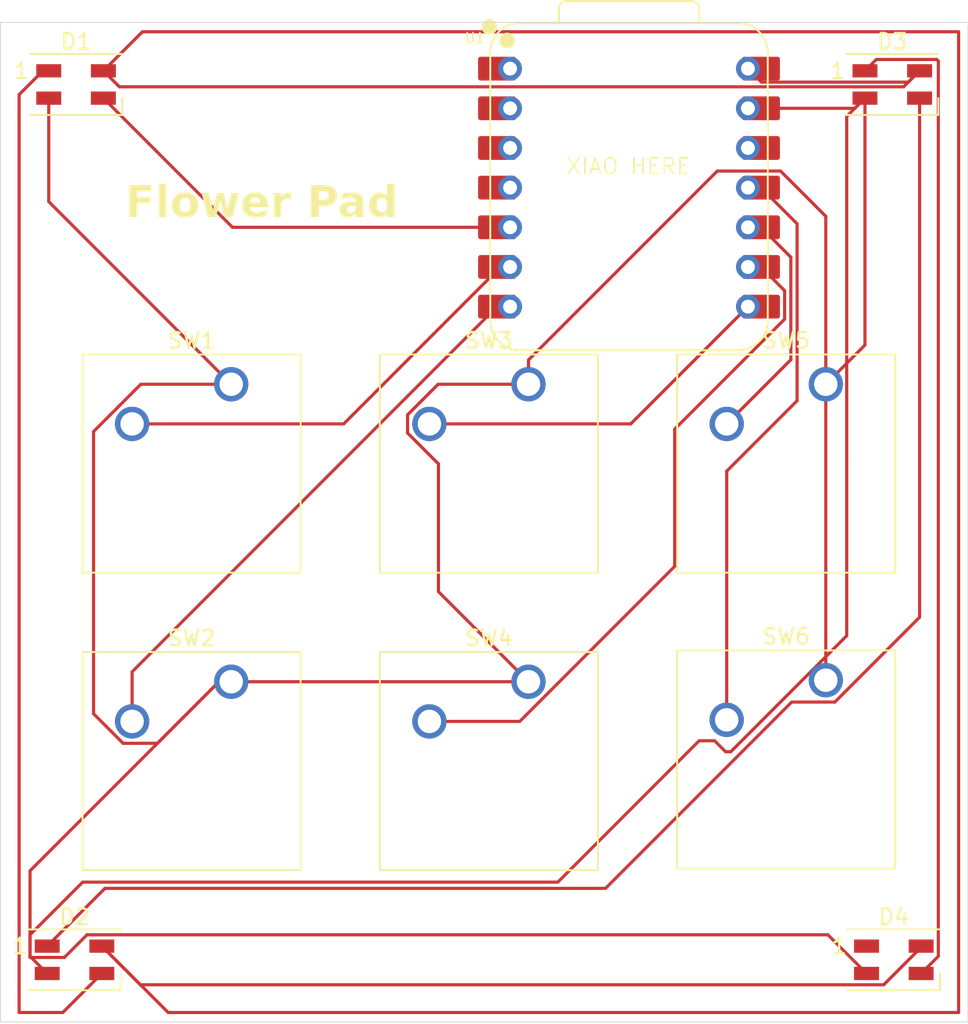
<source format=kicad_pcb>
(kicad_pcb (version 20241229) (generator "pcbnew") (generator_version "9.0")
  (layers (0 "F.Cu" signal) (2 "B.Cu" signal) (13 "F.Paste" user) (15 "B.Paste" user) (5 "F.SilkS" user "F.Silkscreen") (7 "B.SilkS" user "B.Silkscreen") (1 "F.Mask" user) (3 "B.Mask" user) (25 "Edge.Cuts" user))
  (net 0 "")
  (net 1 "Net-(D1-DOUT)")
  (net 2 "GND")
  (net 3 "+5V")
  (net 4 "Net-(D1-DIN)")
  (net 5 "Net-(D2-DOUT)")
  (net 6 "Net-(D3-DOUT)")
  (net 8 "Net-(U1-GPIO7{slash}SCL)")
  (net 9 "Net-(U1-GPIO0{slash}TX)")
  (net 10 "Net-(U1-GPIO1{slash}RX)")
  (net 11 "Net-(U1-GPIO2{slash}SCK)")
  (net 12 "Net-(U1-GPIO4{slash}MISO)")
  (net 13 "Net-(U1-GPIO3{slash}MOSI)")
  (footprint "LED_SMD:LED_SK6812MINI_PLCC4_3.5x3.5mm_P1.75mm" (layer "F.Cu") (at 140.25 127.025)
    (property "Reference" "D4" (at 0 -2.75 0) (layer "F.SilkS"))
    (property "Value" "SK6812MINI")
    (fp_line (start -2.95 -1.95) (end 2.95 -1.95) (stroke (width 0.12)) (layer "F.SilkS"))
    (fp_line (start -2.95 1.95) (end 2.95 1.95) (stroke (width 0.12)) (layer "F.SilkS"))
    (fp_line (start 2.95 1.95) (end 2.95 0.875) (stroke (width 0.12)) (layer "F.SilkS"))
    (fp_text user "1" (at -3.5 -0.875 0) (layer "F.SilkS"))
    (pad "1" smd rect (at -1.75 -0.875) (size 1.6 0.85) (layers "F.Cu" "F.Mask" "F.Paste"))
    (pad "2" smd rect (at -1.75 0.875) (size 1.6 0.85) (layers "F.Cu" "F.Mask" "F.Paste") (net 2 "GND"))
    (pad "3" smd rect (at 1.75 0.875) (size 1.6 0.85) (layers "F.Cu" "F.Mask" "F.Paste") (net 6 "Net-(D3-DOUT)"))
    (pad "4" smd rect (at 1.75 -0.875) (size 1.6 0.85) (layers "F.Cu" "F.Mask" "F.Paste") (net 3 "+5V"))
  )
  (footprint "Button_Switch_Keyboard:SW_Cherry_MX_1.00u_PCB" (layer "F.Cu") (at 116.84 109.22)
    (property "Reference" "SW4" (at -2.54 -2.794 0) (layer "F.SilkS"))
    (property "Value" "SW_Push")
    (fp_line (start -9.525 -1.905) (end 4.445 -1.905) (stroke (width 0.12)) (layer "F.SilkS"))
    (fp_line (start -9.525 12.065) (end -9.525 -1.905) (stroke (width 0.12)) (layer "F.SilkS"))
    (fp_line (start 4.445 -1.905) (end 4.445 12.065) (stroke (width 0.12)) (layer "F.SilkS"))
    (fp_line (start 4.445 12.065) (end -9.525 12.065) (stroke (width 0.12)) (layer "F.SilkS"))
    (pad "" np_thru_hole circle (at -7.62 5.08) (size 1.7 1.7) (drill 1.7) (layers "*.Cu" "*.Mask"))
    (pad "" np_thru_hole circle (at -2.54 5.08) (size 4 4) (drill 4) (layers "*.Cu" "*.Mask"))
    (pad "" np_thru_hole circle (at 2.54 5.08) (size 1.7 1.7) (drill 1.7) (layers "*.Cu" "*.Mask"))
    (pad "1" thru_hole circle (at 0 0) (size 2.2 2.2) (drill 1.5) (layers "*.Cu" "*.Mask") (net 2 "GND"))
    (pad "2" thru_hole circle (at -6.35 2.54) (size 2.2 2.2) (drill 1.5) (layers "*.Cu" "*.Mask") (net 11 "Net-(U1-GPIO2{slash}SCK)"))
  )
  (footprint "Button_Switch_Keyboard:SW_Cherry_MX_1.00u_PCB" (layer "F.Cu") (at 97.79 90.17)
    (property "Reference" "SW1" (at -2.54 -2.794 0) (layer "F.SilkS"))
    (property "Value" "SW_Push")
    (fp_line (start -9.525 -1.905) (end 4.445 -1.905) (stroke (width 0.12)) (layer "F.SilkS"))
    (fp_line (start -9.525 12.065) (end -9.525 -1.905) (stroke (width 0.12)) (layer "F.SilkS"))
    (fp_line (start 4.445 -1.905) (end 4.445 12.065) (stroke (width 0.12)) (layer "F.SilkS"))
    (fp_line (start 4.445 12.065) (end -9.525 12.065) (stroke (width 0.12)) (layer "F.SilkS"))
    (pad "" np_thru_hole circle (at -7.62 5.08) (size 1.7 1.7) (drill 1.7) (layers "*.Cu" "*.Mask"))
    (pad "" np_thru_hole circle (at -2.54 5.08) (size 4 4) (drill 4) (layers "*.Cu" "*.Mask"))
    (pad "" np_thru_hole circle (at 2.54 5.08) (size 1.7 1.7) (drill 1.7) (layers "*.Cu" "*.Mask"))
    (pad "1" thru_hole circle (at 0 0) (size 2.2 2.2) (drill 1.5) (layers "*.Cu" "*.Mask") (net 2 "GND"))
    (pad "2" thru_hole circle (at -6.35 2.54) (size 2.2 2.2) (drill 1.5) (layers "*.Cu" "*.Mask") (net 8 "Net-(U1-GPIO7{slash}SCL)"))
  )
  (footprint "OPL:XIAO-RP2040-DIP" (layer "F.Cu") (at 123.28 77.58)
    (property "Reference" "U1" (at -9.88 -9.58 0) (layer "F.SilkS") (effects (font (size 0.635 0.635) (thickness 0.1016))))
    (property "Value" "XIAO-RP2040-DIP")
    (fp_line (start -8.89 8.509) (end -8.89 -8.636) (stroke (width 0.127)) (layer "F.SilkS"))
    (fp_line (start -6.985 10.414) (end 6.985 10.414) (stroke (width 0.127)) (layer "F.SilkS"))
    (fp_line (start -4.495 -10.541) (end -4.491272 -11.451272) (stroke (width 0.127)) (layer "F.SilkS"))
    (fp_line (start -3.991272 -11.951) (end 4.004 -11.951) (stroke (width 0.127)) (layer "F.SilkS"))
    (fp_line (start 4.504 -11.451) (end 4.504 -10.541) (stroke (width 0.127)) (layer "F.SilkS"))
    (fp_line (start 6.985 -10.541) (end -6.985 -10.541) (stroke (width 0.1)) (layer "F.SilkS"))
    (fp_line (start 6.985 -10.541) (end -6.985 -10.541) (stroke (width 0.127)) (layer "F.SilkS"))
    (fp_line (start 8.89 8.509) (end 8.89 -8.636) (stroke (width 0.127)) (layer "F.SilkS"))
    (fp_arc (start -8.89 -8.636) (mid -8.332038 -9.983038) (end -6.985 -10.541) (stroke (width 0.127)) (layer "F.SilkS"))
    (fp_arc (start -6.985 10.414) (mid -8.332038 9.856038) (end -8.89 8.509) (stroke (width 0.127)) (layer "F.SilkS"))
    (fp_arc (start -4.491272 -11.451272) (mid -4.344724 -11.804644) (end -3.991272 -11.951) (stroke (width 0.127)) (layer "F.SilkS"))
    (fp_arc (start 4.004 -11.951) (mid 4.357553 -11.804553) (end 4.504 -11.451) (stroke (width 0.127)) (layer "F.SilkS"))
    (fp_arc (start 6.985 -10.541) (mid 8.332038 -9.983038) (end 8.89 -8.636) (stroke (width 0.127)) (layer "F.SilkS"))
    (fp_arc (start 8.89 8.509) (mid 8.332038 9.856038) (end 6.985 10.414) (stroke (width 0.127)) (layer "F.SilkS"))
    (fp_circle (center -8.95 -10.3) (end -8.95 -10.554) (stroke (width 0.5)) (fill yes) (layer "F.SilkS"))
    (fp_circle (center -7.807 -9.42) (end -7.807 -9.674) (stroke (width 0.5)) (fill yes) (layer "F.SilkS"))
    (pad "1" smd roundrect (at -8.455 -7.62 180) (size 2.432 1.524) (layers "F.Cu" "F.Mask") (roundrect_rratio 0.1))
    (pad "1" thru_hole circle (at -7.62 -7.62 180) (size 1.524 1.524) (drill 0.889) (layers "*.Cu" "*.Mask"))
    (pad "2" smd roundrect (at -8.455 -5.08 180) (size 2.432 1.524) (layers "F.Cu" "F.Mask") (roundrect_rratio 0.1))
    (pad "2" thru_hole circle (at -7.62 -5.08 180) (size 1.524 1.524) (drill 0.889) (layers "*.Cu" "*.Mask"))
    (pad "3" smd roundrect (at -8.455 -2.54 180) (size 2.432 1.524) (layers "F.Cu" "F.Mask") (roundrect_rratio 0.1))
    (pad "3" thru_hole circle (at -7.62 -2.54 180) (size 1.524 1.524) (drill 0.889) (layers "*.Cu" "*.Mask"))
    (pad "4" smd roundrect (at -8.455 0 180) (size 2.432 1.524) (layers "F.Cu" "F.Mask") (roundrect_rratio 0.1))
    (pad "4" thru_hole circle (at -7.62 0 180) (size 1.524 1.524) (drill 0.889) (layers "*.Cu" "*.Mask"))
    (pad "5" smd roundrect (at -8.455 2.54 180) (size 2.432 1.524) (layers "F.Cu" "F.Mask") (roundrect_rratio 0.1) (net 4 "Net-(D1-DIN)"))
    (pad "5" thru_hole circle (at -7.62 2.54 180) (size 1.524 1.524) (drill 0.889) (layers "*.Cu" "*.Mask") (net 4 "Net-(D1-DIN)"))
    (pad "6" smd roundrect (at -8.455 5.08 180) (size 2.432 1.524) (layers "F.Cu" "F.Mask") (roundrect_rratio 0.1) (net 8 "Net-(U1-GPIO7{slash}SCL)"))
    (pad "6" thru_hole circle (at -7.62 5.08 180) (size 1.524 1.524) (drill 0.889) (layers "*.Cu" "*.Mask") (net 8 "Net-(U1-GPIO7{slash}SCL)"))
    (pad "7" smd roundrect (at -8.455 7.62 180) (size 2.432 1.524) (layers "F.Cu" "F.Mask") (roundrect_rratio 0.1) (net 9 "Net-(U1-GPIO0{slash}TX)"))
    (pad "7" thru_hole circle (at -7.62 7.62 180) (size 1.524 1.524) (drill 0.889) (layers "*.Cu" "*.Mask") (net 9 "Net-(U1-GPIO0{slash}TX)"))
    (pad "8" thru_hole circle (at 7.62 7.62) (size 1.524 1.524) (drill 0.889) (layers "*.Cu" "*.Mask") (net 10 "Net-(U1-GPIO1{slash}RX)"))
    (pad "8" smd roundrect (at 8.455 7.62) (size 2.432 1.524) (layers "F.Cu" "F.Mask") (roundrect_rratio 0.1) (net 10 "Net-(U1-GPIO1{slash}RX)"))
    (pad "9" thru_hole circle (at 7.62 5.08) (size 1.524 1.524) (drill 0.889) (layers "*.Cu" "*.Mask") (net 11 "Net-(U1-GPIO2{slash}SCK)"))
    (pad "9" smd roundrect (at 8.455 5.08) (size 2.432 1.524) (layers "F.Cu" "F.Mask") (roundrect_rratio 0.1) (net 11 "Net-(U1-GPIO2{slash}SCK)"))
    (pad "10" thru_hole circle (at 7.62 2.54) (size 1.524 1.524) (drill 0.889) (layers "*.Cu" "*.Mask") (net 12 "Net-(U1-GPIO4{slash}MISO)"))
    (pad "10" smd roundrect (at 8.455 2.54) (size 2.432 1.524) (layers "F.Cu" "F.Mask") (roundrect_rratio 0.1) (net 12 "Net-(U1-GPIO4{slash}MISO)"))
    (pad "11" thru_hole circle (at 7.62 0) (size 1.524 1.524) (drill 0.889) (layers "*.Cu" "*.Mask") (net 13 "Net-(U1-GPIO3{slash}MOSI)"))
    (pad "11" smd roundrect (at 8.455 0) (size 2.432 1.524) (layers "F.Cu" "F.Mask") (roundrect_rratio 0.1) (net 13 "Net-(U1-GPIO3{slash}MOSI)"))
    (pad "12" thru_hole circle (at 7.62 -2.54) (size 1.524 1.524) (drill 0.889) (layers "*.Cu" "*.Mask"))
    (pad "12" smd roundrect (at 8.455 -2.54) (size 2.432 1.524) (layers "F.Cu" "F.Mask") (roundrect_rratio 0.1))
    (pad "13" thru_hole circle (at 7.62 -5.08) (size 1.524 1.524) (drill 0.889) (layers "*.Cu" "*.Mask") (net 2 "GND"))
    (pad "13" smd roundrect (at 8.455 -5.08) (size 2.432 1.524) (layers "F.Cu" "F.Mask") (roundrect_rratio 0.1) (net 2 "GND"))
    (pad "14" thru_hole circle (at 7.62 -7.62) (size 1.524 1.524) (drill 0.889) (layers "*.Cu" "*.Mask") (net 3 "+5V"))
    (pad "14" smd roundrect (at 8.455 -7.62) (size 2.432 1.524) (layers "F.Cu" "F.Mask") (roundrect_rratio 0.1) (net 3 "+5V"))
  )
  (footprint "LED_SMD:LED_SK6812MINI_PLCC4_3.5x3.5mm_P1.75mm" (layer "F.Cu") (at 87.85 70.975)
    (property "Reference" "D1" (at 0 -2.75 0) (layer "F.SilkS"))
    (property "Value" "SK6812MINI")
    (fp_line (start -2.95 -1.95) (end 2.95 -1.95) (stroke (width 0.12)) (layer "F.SilkS"))
    (fp_line (start -2.95 1.95) (end 2.95 1.95) (stroke (width 0.12)) (layer "F.SilkS"))
    (fp_line (start 2.95 1.95) (end 2.95 0.875) (stroke (width 0.12)) (layer "F.SilkS"))
    (fp_text user "1" (at -3.5 -0.875 0) (layer "F.SilkS"))
    (pad "1" smd rect (at -1.75 -0.875) (size 1.6 0.85) (layers "F.Cu" "F.Mask" "F.Paste") (net 1 "Net-(D1-DOUT)"))
    (pad "2" smd rect (at -1.75 0.875) (size 1.6 0.85) (layers "F.Cu" "F.Mask" "F.Paste") (net 2 "GND"))
    (pad "3" smd rect (at 1.75 0.875) (size 1.6 0.85) (layers "F.Cu" "F.Mask" "F.Paste") (net 4 "Net-(D1-DIN)"))
    (pad "4" smd rect (at 1.75 -0.875) (size 1.6 0.85) (layers "F.Cu" "F.Mask" "F.Paste") (net 3 "+5V"))
  )
  (footprint "Button_Switch_Keyboard:SW_Cherry_MX_1.00u_PCB" (layer "F.Cu") (at 97.79 109.22)
    (property "Reference" "SW2" (at -2.54 -2.794 0) (layer "F.SilkS"))
    (property "Value" "SW_Push")
    (fp_line (start -9.525 -1.905) (end 4.445 -1.905) (stroke (width 0.12)) (layer "F.SilkS"))
    (fp_line (start -9.525 12.065) (end -9.525 -1.905) (stroke (width 0.12)) (layer "F.SilkS"))
    (fp_line (start 4.445 -1.905) (end 4.445 12.065) (stroke (width 0.12)) (layer "F.SilkS"))
    (fp_line (start 4.445 12.065) (end -9.525 12.065) (stroke (width 0.12)) (layer "F.SilkS"))
    (pad "" np_thru_hole circle (at -7.62 5.08) (size 1.7 1.7) (drill 1.7) (layers "*.Cu" "*.Mask"))
    (pad "" np_thru_hole circle (at -2.54 5.08) (size 4 4) (drill 4) (layers "*.Cu" "*.Mask"))
    (pad "" np_thru_hole circle (at 2.54 5.08) (size 1.7 1.7) (drill 1.7) (layers "*.Cu" "*.Mask"))
    (pad "1" thru_hole circle (at 0 0) (size 2.2 2.2) (drill 1.5) (layers "*.Cu" "*.Mask") (net 2 "GND"))
    (pad "2" thru_hole circle (at -6.35 2.54) (size 2.2 2.2) (drill 1.5) (layers "*.Cu" "*.Mask") (net 9 "Net-(U1-GPIO0{slash}TX)"))
  )
  (footprint "Button_Switch_Keyboard:SW_Cherry_MX_1.00u_PCB" (layer "F.Cu") (at 135.89 90.17)
    (property "Reference" "SW5" (at -2.54 -2.794 0) (layer "F.SilkS"))
    (property "Value" "SW_Push")
    (fp_line (start -9.525 -1.905) (end 4.445 -1.905) (stroke (width 0.12)) (layer "F.SilkS"))
    (fp_line (start -9.525 12.065) (end -9.525 -1.905) (stroke (width 0.12)) (layer "F.SilkS"))
    (fp_line (start 4.445 -1.905) (end 4.445 12.065) (stroke (width 0.12)) (layer "F.SilkS"))
    (fp_line (start 4.445 12.065) (end -9.525 12.065) (stroke (width 0.12)) (layer "F.SilkS"))
    (pad "" np_thru_hole circle (at -7.62 5.08) (size 1.7 1.7) (drill 1.7) (layers "*.Cu" "*.Mask"))
    (pad "" np_thru_hole circle (at -2.54 5.08) (size 4 4) (drill 4) (layers "*.Cu" "*.Mask"))
    (pad "" np_thru_hole circle (at 2.54 5.08) (size 1.7 1.7) (drill 1.7) (layers "*.Cu" "*.Mask"))
    (pad "1" thru_hole circle (at 0 0) (size 2.2 2.2) (drill 1.5) (layers "*.Cu" "*.Mask") (net 2 "GND"))
    (pad "2" thru_hole circle (at -6.35 2.54) (size 2.2 2.2) (drill 1.5) (layers "*.Cu" "*.Mask") (net 12 "Net-(U1-GPIO4{slash}MISO)"))
  )
  (footprint "LED_SMD:LED_SK6812MINI_PLCC4_3.5x3.5mm_P1.75mm" (layer "F.Cu") (at 140.15 70.975)
    (property "Reference" "D3" (at 0 -2.75 0) (layer "F.SilkS"))
    (property "Value" "SK6812MINI")
    (fp_line (start -2.95 -1.95) (end 2.95 -1.95) (stroke (width 0.12)) (layer "F.SilkS"))
    (fp_line (start -2.95 1.95) (end 2.95 1.95) (stroke (width 0.12)) (layer "F.SilkS"))
    (fp_line (start 2.95 1.95) (end 2.95 0.875) (stroke (width 0.12)) (layer "F.SilkS"))
    (fp_text user "1" (at -3.5 -0.875 0) (layer "F.SilkS"))
    (pad "1" smd rect (at -1.75 -0.875) (size 1.6 0.85) (layers "F.Cu" "F.Mask" "F.Paste") (net 6 "Net-(D3-DOUT)"))
    (pad "2" smd rect (at -1.75 0.875) (size 1.6 0.85) (layers "F.Cu" "F.Mask" "F.Paste") (net 2 "GND"))
    (pad "3" smd rect (at 1.75 0.875) (size 1.6 0.85) (layers "F.Cu" "F.Mask" "F.Paste") (net 5 "Net-(D2-DOUT)"))
    (pad "4" smd rect (at 1.75 -0.875) (size 1.6 0.85) (layers "F.Cu" "F.Mask" "F.Paste") (net 3 "+5V"))
  )
  (footprint "Button_Switch_Keyboard:SW_Cherry_MX_1.00u_PCB" (layer "F.Cu") (at 135.89 109.12)
    (property "Reference" "SW6" (at -2.54 -2.794 0) (layer "F.SilkS"))
    (property "Value" "SW_Push")
    (fp_line (start -9.525 -1.905) (end 4.445 -1.905) (stroke (width 0.12)) (layer "F.SilkS"))
    (fp_line (start -9.525 12.065) (end -9.525 -1.905) (stroke (width 0.12)) (layer "F.SilkS"))
    (fp_line (start 4.445 -1.905) (end 4.445 12.065) (stroke (width 0.12)) (layer "F.SilkS"))
    (fp_line (start 4.445 12.065) (end -9.525 12.065) (stroke (width 0.12)) (layer "F.SilkS"))
    (pad "" np_thru_hole circle (at -7.62 5.08) (size 1.7 1.7) (drill 1.7) (layers "*.Cu" "*.Mask"))
    (pad "" np_thru_hole circle (at -2.54 5.08) (size 4 4) (drill 4) (layers "*.Cu" "*.Mask"))
    (pad "" np_thru_hole circle (at 2.54 5.08) (size 1.7 1.7) (drill 1.7) (layers "*.Cu" "*.Mask"))
    (pad "1" thru_hole circle (at 0 0) (size 2.2 2.2) (drill 1.5) (layers "*.Cu" "*.Mask") (net 2 "GND"))
    (pad "2" thru_hole circle (at -6.35 2.54) (size 2.2 2.2) (drill 1.5) (layers "*.Cu" "*.Mask") (net 13 "Net-(U1-GPIO3{slash}MOSI)"))
  )
  (footprint "Button_Switch_Keyboard:SW_Cherry_MX_1.00u_PCB" (layer "F.Cu") (at 116.84 90.17)
    (property "Reference" "SW3" (at -2.54 -2.794 0) (layer "F.SilkS"))
    (property "Value" "SW_Push")
    (fp_line (start -9.525 -1.905) (end 4.445 -1.905) (stroke (width 0.12)) (layer "F.SilkS"))
    (fp_line (start -9.525 12.065) (end -9.525 -1.905) (stroke (width 0.12)) (layer "F.SilkS"))
    (fp_line (start 4.445 -1.905) (end 4.445 12.065) (stroke (width 0.12)) (layer "F.SilkS"))
    (fp_line (start 4.445 12.065) (end -9.525 12.065) (stroke (width 0.12)) (layer "F.SilkS"))
    (pad "" np_thru_hole circle (at -7.62 5.08) (size 1.7 1.7) (drill 1.7) (layers "*.Cu" "*.Mask"))
    (pad "" np_thru_hole circle (at -2.54 5.08) (size 4 4) (drill 4) (layers "*.Cu" "*.Mask"))
    (pad "" np_thru_hole circle (at 2.54 5.08) (size 1.7 1.7) (drill 1.7) (layers "*.Cu" "*.Mask"))
    (pad "1" thru_hole circle (at 0 0) (size 2.2 2.2) (drill 1.5) (layers "*.Cu" "*.Mask") (net 2 "GND"))
    (pad "2" thru_hole circle (at -6.35 2.54) (size 2.2 2.2) (drill 1.5) (layers "*.Cu" "*.Mask") (net 10 "Net-(U1-GPIO1{slash}RX)"))
  )
  (footprint "LED_SMD:LED_SK6812MINI_PLCC4_3.5x3.5mm_P1.75mm" (layer "F.Cu") (at 87.75 127.025)
    (property "Reference" "D2" (at 0 -2.75 0) (layer "F.SilkS"))
    (property "Value" "SK6812MINI")
    (fp_line (start -2.95 -1.95) (end 2.95 -1.95) (stroke (width 0.12)) (layer "F.SilkS"))
    (fp_line (start -2.95 1.95) (end 2.95 1.95) (stroke (width 0.12)) (layer "F.SilkS"))
    (fp_line (start 2.95 1.95) (end 2.95 0.875) (stroke (width 0.12)) (layer "F.SilkS"))
    (fp_text user "1" (at -3.5 -0.875 0) (layer "F.SilkS"))
    (pad "1" smd rect (at -1.75 -0.875) (size 1.6 0.85) (layers "F.Cu" "F.Mask" "F.Paste") (net 5 "Net-(D2-DOUT)"))
    (pad "2" smd rect (at -1.75 0.875) (size 1.6 0.85) (layers "F.Cu" "F.Mask" "F.Paste") (net 2 "GND"))
    (pad "3" smd rect (at 1.75 0.875) (size 1.6 0.85) (layers "F.Cu" "F.Mask" "F.Paste") (net 1 "Net-(D1-DOUT)"))
    (pad "4" smd rect (at 1.75 -0.875) (size 1.6 0.85) (layers "F.Cu" "F.Mask" "F.Paste") (net 3 "+5V"))
  )
  (gr_rect (start 83 67) (end 145 131) (stroke (width 0.05)) (fill no) (layer "Edge.Cuts"))
  (gr_text "XIAO HERE" (at 119.2 76.8 0) (layer "F.SilkS") (effects (font (size 1 1) (thickness 0.1)) (justify left bottom)))
  (gr_text "Flower Pad" (at 91 79.8 0) (layer "F.SilkS") (effects (font (size 2 2) (thickness 0.1)) (justify left bottom)))
  (segment (start 84.2 130.4) (end 87 130.4) (width 0.2) (layer "F.Cu") (net 1))
  (segment (start 86.1 70.1) (end 85.725 70.1) (width 0.2) (layer "F.Cu") (net 1))
  (segment (start 84.2 71.625) (end 84.2 130.4) (width 0.2) (layer "F.Cu") (net 1))
  (segment (start 85.725 70.1) (end 84.2 71.625) (width 0.2) (layer "F.Cu") (net 1))
  (segment (start 87 130.4) (end 89.5 127.9) (width 0.2) (layer "F.Cu") (net 1))
  (segment (start 138.4 71.85) (end 137.23 73.02) (width 0.2) (layer "F.Cu") (net 2))
  (segment (start 88.97 93.200101) (end 88.97 111.269899) (width 0.2) (layer "F.Cu") (net 2))
  (segment (start 128.767056 113) (end 127.772944 113) (width 0.2) (layer "F.Cu") (net 2))
  (segment (start 90.860101 113.16) (end 93.066598 113.16) (width 0.2) (layer "F.Cu") (net 2))
  (segment (start 84.9 125.425) (end 84.9 126.875) (width 0.2) (layer "F.Cu") (net 2))
  (segment (start 97.79 90.17) (end 92.000101 90.17) (width 0.2) (layer "F.Cu") (net 2))
  (segment (start 137.23 73.02) (end 137.23 106.27375) (width 0.2) (layer "F.Cu") (net 2))
  (segment (start 128.936366 76.518) (end 132.990214 76.518) (width 0.2) (layer "F.Cu") (net 2))
  (segment (start 88.55 125.425) (end 136.025 125.425) (width 0.2) (layer "F.Cu") (net 2))
  (segment (start 130.9 72.5) (end 137.75 72.5) (width 0.2) (layer "F.Cu") (net 2))
  (segment (start 111.069899 95.269798) (end 109.09 93.289899) (width 0.2) (layer "F.Cu") (net 2))
  (segment (start 116.84 88.614366) (end 128.936366 76.518) (width 0.2) (layer "F.Cu") (net 2))
  (segment (start 135.89 79.417786) (end 135.89 90.17) (width 0.2) (layer "F.Cu") (net 2))
  (segment (start 132.990214 76.518) (end 135.89 79.417786) (width 0.2) (layer "F.Cu") (net 2))
  (segment (start 127.772944 113) (end 118.722944 122.05) (width 0.2) (layer "F.Cu") (net 2))
  (segment (start 97.006598 109.22) (end 97.79 109.22) (width 0.2) (layer "F.Cu") (net 2))
  (segment (start 86.1 71.85) (end 86.1 78.48) (width 0.2) (layer "F.Cu") (net 2))
  (segment (start 88.275 122.05) (end 84.9 125.425) (width 0.2) (layer "F.Cu") (net 2))
  (segment (start 138.4 87.66) (end 135.89 90.17) (width 0.2) (layer "F.Cu") (net 2))
  (segment (start 97.79 109.22) (end 116.84 109.22) (width 0.2) (layer "F.Cu") (net 2))
  (segment (start 84.9 121.326598) (end 97.006598 109.22) (width 0.2) (layer "F.Cu") (net 2))
  (segment (start 86.1 78.48) (end 97.79 90.17) (width 0.2) (layer "F.Cu") (net 2))
  (segment (start 88.97 111.269899) (end 90.860101 113.16) (width 0.2) (layer "F.Cu") (net 2))
  (segment (start 129.47 113.702944) (end 128.767056 113) (width 0.2) (layer "F.Cu") (net 2))
  (segment (start 84.9 126.8) (end 84.9 121.326598) (width 0.2) (layer "F.Cu") (net 2))
  (segment (start 118.722944 122.05) (end 88.275 122.05) (width 0.2) (layer "F.Cu") (net 2))
  (segment (start 137.23 106.27375) (end 129.800806 113.702944) (width 0.2) (layer "F.Cu") (net 2))
  (segment (start 109.09 93.289899) (end 109.09 92.130101) (width 0.2) (layer "F.Cu") (net 2))
  (segment (start 111.069899 103.449899) (end 111.069899 95.269798) (width 0.2) (layer "F.Cu") (net 2))
  (segment (start 84.9 126.875) (end 87.1 126.875) (width 0.2) (layer "F.Cu") (net 2))
  (segment (start 136.025 125.425) (end 138.5 127.9) (width 0.2) (layer "F.Cu") (net 2))
  (segment (start 86 127.9) (end 84.9 126.8) (width 0.2) (layer "F.Cu") (net 2))
  (segment (start 93.066598 113.16) (end 97.006598 109.22) (width 0.2) (layer "F.Cu") (net 2))
  (segment (start 116.84 90.17) (end 116.84 88.614366) (width 0.2) (layer "F.Cu") (net 2))
  (segment (start 109.09 92.130101) (end 111.050101 90.17) (width 0.2) (layer "F.Cu") (net 2))
  (segment (start 137.75 72.5) (end 138.4 71.85) (width 0.2) (layer "F.Cu") (net 2))
  (segment (start 129.800806 113.702944) (end 129.47 113.702944) (width 0.2) (layer "F.Cu") (net 2))
  (segment (start 135.89 90.17) (end 135.89 109.12) (width 0.2) (layer "F.Cu") (net 2))
  (segment (start 92.000101 90.17) (end 88.97 93.200101) (width 0.2) (layer "F.Cu") (net 2))
  (segment (start 116.84 109.22) (end 111.069899 103.449899) (width 0.2) (layer "F.Cu") (net 2))
  (segment (start 111.050101 90.17) (end 116.84 90.17) (width 0.2) (layer "F.Cu") (net 2))
  (segment (start 138.4 71.85) (end 138.4 87.66) (width 0.2) (layer "F.Cu") (net 2))
  (segment (start 87.1 126.875) (end 88.55 125.425) (width 0.2) (layer "F.Cu") (net 2))
  (segment (start 141.9 70.1) (end 140.875 71.125) (width 0.2) (layer "F.Cu") (net 3))
  (segment (start 139.6 128.625) (end 142 126.225) (width 0.2) (layer "F.Cu") (net 3))
  (segment (start 142 126.225) (end 142 126.15) (width 0.2) (layer "F.Cu") (net 3))
  (segment (start 141.175 70.825) (end 141.9 70.1) (width 0.2) (layer "F.Cu") (net 3))
  (segment (start 93.75 130.4) (end 144.4 130.4) (width 0.2) (layer "F.Cu") (net 3))
  (segment (start 130.9 69.96) (end 131.765 70.825) (width 0.2) (layer "F.Cu") (net 3))
  (segment (start 89.5 126.15) (end 91.975 128.625) (width 0.2) (layer "F.Cu") (net 3))
  (segment (start 131.765 70.825) (end 141.175 70.825) (width 0.2) (layer "F.Cu") (net 3))
  (segment (start 91.975 128.625) (end 139.6 128.625) (width 0.2) (layer "F.Cu") (net 3))
  (segment (start 90.625 71.125) (end 89.6 70.1) (width 0.2) (layer "F.Cu") (net 3))
  (segment (start 144.4 130.4) (end 144.4 67.6) (width 0.2) (layer "F.Cu") (net 3))
  (segment (start 144.4 67.6) (end 92.1 67.6) (width 0.2) (layer "F.Cu") (net 3))
  (segment (start 89.5 126.15) (end 93.75 130.4) (width 0.2) (layer "F.Cu") (net 3))
  (segment (start 140.875 71.125) (end 90.625 71.125) (width 0.2) (layer "F.Cu") (net 3))
  (segment (start 92.1 67.6) (end 89.6 70.1) (width 0.2) (layer "F.Cu") (net 3))
  (segment (start 89.6 71.85) (end 97.87 80.12) (width 0.2) (layer "F.Cu") (net 4))
  (segment (start 97.87 80.12) (end 115.66 80.12) (width 0.2) (layer "F.Cu") (net 4))
  (segment (start 141.9 105.089899) (end 136.469899 110.52) (width 0.2) (layer "F.Cu") (net 5))
  (segment (start 121.776598 122.45) (end 89.7 122.45) (width 0.2) (layer "F.Cu") (net 5))
  (segment (start 89.7 122.45) (end 86 126.15) (width 0.2) (layer "F.Cu") (net 5))
  (segment (start 141.9 71.85) (end 141.9 105.089899) (width 0.2) (layer "F.Cu") (net 5))
  (segment (start 133.706598 110.52) (end 121.776598 122.45) (width 0.2) (layer "F.Cu") (net 5))
  (segment (start 136.469899 110.52) (end 133.706598 110.52) (width 0.2) (layer "F.Cu") (net 5))
  (segment (start 139.125 69.375) (end 143 69.375) (width 0.2) (layer "F.Cu") (net 6))
  (segment (start 143.1 69.475) (end 143.1 126.8) (width 0.2) (layer "F.Cu") (net 6))
  (segment (start 143.1 126.8) (end 142 127.9) (width 0.2) (layer "F.Cu") (net 6))
  (segment (start 138.4 70.1) (end 139.125 69.375) (width 0.2) (layer "F.Cu") (net 6))
  (segment (start 143 69.375) (end 143.1 69.475) (width 0.2) (layer "F.Cu") (net 6))
  (segment (start 91.44 92.71) (end 104.997786 92.71) (width 0.2) (layer "F.Cu") (net 8))
  (segment (start 115.047786 82.66) (end 115.66 82.66) (width 0.2) (layer "F.Cu") (net 8))
  (segment (start 104.997786 92.71) (end 115.047786 82.66) (width 0.2) (layer "F.Cu") (net 8))
  (segment (start 91.44 111.76) (end 91.44 108.585) (width 0.2) (layer "F.Cu") (net 9))
  (segment (start 91.44 108.585) (end 114.825 85.2) (width 0.2) (layer "F.Cu") (net 9))
  (segment (start 123.39 92.71) (end 130.9 85.2) (width 0.2) (layer "F.Cu") (net 10))
  (segment (start 110.49 92.71) (end 123.39 92.71) (width 0.2) (layer "F.Cu") (net 10))
  (segment (start 126.20625 93.045964) (end 133.251 86.001214) (width 0.2) (layer "F.Cu") (net 11))
  (segment (start 133.251 84.176) (end 131.735 82.66) (width 0.2) (layer "F.Cu") (net 11))
  (segment (start 116.279899 111.76) (end 126.20625 101.833649) (width 0.2) (layer "F.Cu") (net 11))
  (segment (start 133.251 86.001214) (end 133.251 84.176) (width 0.2) (layer "F.Cu") (net 11))
  (segment (start 126.20625 101.833649) (end 126.20625 93.045964) (width 0.2) (layer "F.Cu") (net 11))
  (segment (start 110.49 111.76) (end 116.279899 111.76) (width 0.2) (layer "F.Cu") (net 11))
  (segment (start 133.651 82.036) (end 131.735 80.12) (width 0.2) (layer "F.Cu") (net 12))
  (segment (start 129.54 92.71) (end 133.651 88.599) (width 0.2) (layer "F.Cu") (net 12))
  (segment (start 133.651 88.599) (end 133.651 82.036) (width 0.2) (layer "F.Cu") (net 12))
  (segment (start 134.051 91.225598) (end 134.051 79.896) (width 0.2) (layer "F.Cu") (net 13))
  (segment (start 129.54 111.66) (end 129.54 95.736598) (width 0.2) (layer "F.Cu") (net 13))
  (segment (start 134.051 79.896) (end 131.735 77.58) (width 0.2) (layer "F.Cu") (net 13))
  (segment (start 129.54 95.736598) (end 134.051 91.225598) (width 0.2) (layer "F.Cu") (net 13))
)
</source>
